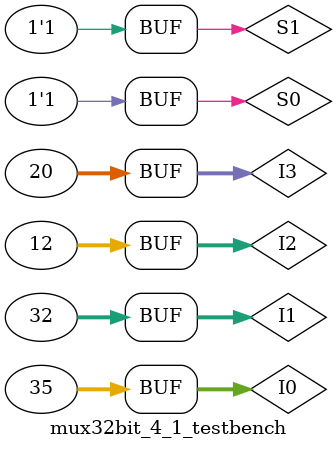
<source format=v>
`define DELAY 20
module mux32bit_4_1_testbench(); 
reg [31:0] I3, I2, I0, I1 ; 
reg S1, S0;
wire [31:0] Q;

mux32bit_4_1 text_mux32bit_4_1 ( Q, S1, S0, I3, I2, I1, I0 );

initial begin

 S1 = 1'b0; S0 = 1'b0; I3 =32'd20; I2= 32'd12; I1 = 32'd32; I0 = 32'd35;
#`DELAY;
 S1 = 1'b0; S0 = 1'b1; I3 =32'd20; I2= 32'd12; I1 = 32'd32; I0 = 32'd35;
#`DELAY;
 S1 = 1'b1; S0 = 1'b0; I3 =32'd20; I2= 32'd12; I1 = 32'd32; I0 = 32'd35;
#`DELAY;
 S1 = 1'b1; S0 = 1'b1; I3 =32'd20; I2= 32'd12; I1 = 32'd32; I0 = 32'd35;
#`DELAY;


end
 
 
initial
begin
$monitor("time = %2d, S1 = %1b  S0 = %1b, I3 = %2d, I2 = %2d, I1 = %2d, I0 = %2d, Q = %2d", $time, S1, S0, I3, I2, I1, I0, Q );
end
 
endmodule
</source>
